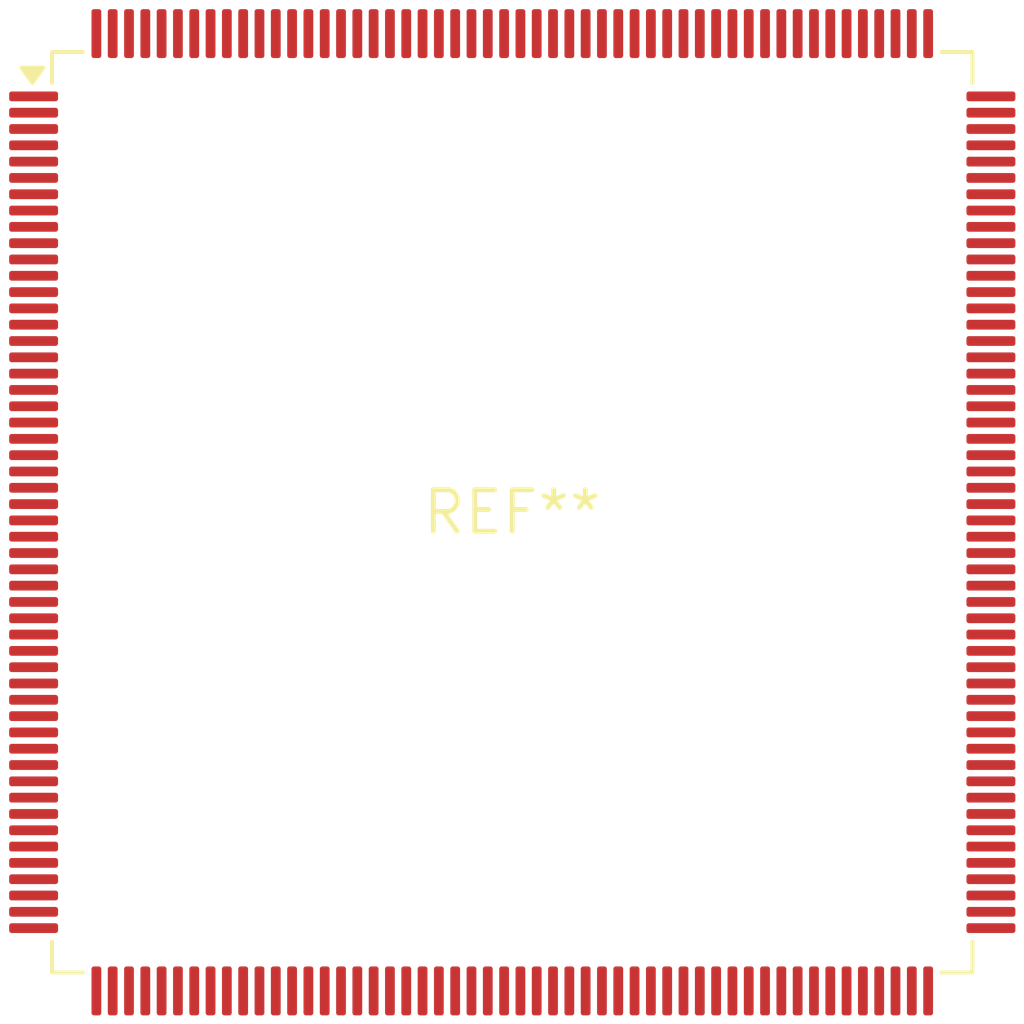
<source format=kicad_pcb>
(kicad_pcb (version 20240108) (generator pcbnew)
  (layers (0 "F.Cu" signal) (31 "B.Cu" signal) (34 "B.Paste" user) (35 "F.Paste" user) (36 "B.SilkS" user "B.Silkscreen") (37 "F.SilkS" user "F.Silkscreen") (38 "B.Mask" user) (39 "F.Mask" user) (44 "Edge.Cuts" user))
  (net 0 "")
  (footprint "LQFP-208_28x28mm_P0.5mm" (layer "F.Cu") (at 0 0)
    (property "Reference" "REF**")
    (property "Value" "LQFP-208_28x28mm_P0.5mm")
    (fp_line (start -14.11 -14.11) (end -14.11 -13.16) (layer "F.SilkS") (stroke (width 0.12)))
    (fp_line (start -14.11 14.11) (end -14.11 13.16) (layer "F.SilkS") (stroke (width 0.12)))
    (fp_line (start -13.16 -14.11) (end -14.11 -14.11) (layer "F.SilkS") (stroke (width 0.12)))
    (fp_line (start -13.16 14.11) (end -14.11 14.11) (layer "F.SilkS") (stroke (width 0.12)))
    (fp_line (start 13.16 -14.11) (end 14.11 -14.11) (layer "F.SilkS") (stroke (width 0.12)))
    (fp_line (start 13.16 14.11) (end 14.11 14.11) (layer "F.SilkS") (stroke (width 0.12)))
    (fp_line (start 14.11 -14.11) (end 14.11 -13.16) (layer "F.SilkS") (stroke (width 0.12)))
    (fp_line (start 14.11 14.11) (end 14.11 13.16) (layer "F.SilkS") (stroke (width 0.12)))
    (fp_poly (pts (xy -14.7125 -13.16) (xy -15.0525 -13.63) (xy -14.3725 -13.63) (xy -14.7125 -13.16)) (layer "F.SilkS") (stroke (width 0.12)) (fill solid))
    (pad "1" smd roundrect (at -14.675 -12.75) (size 1.5 0.3) (layers "F.Cu" "F.Paste" "F.Mask"))
    (pad "2" smd roundrect (at -14.675 -12.25) (size 1.5 0.3) (layers "F.Cu" "F.Paste" "F.Mask"))
    (pad "3" smd roundrect (at -14.675 -11.75) (size 1.5 0.3) (layers "F.Cu" "F.Paste" "F.Mask"))
    (pad "4" smd roundrect (at -14.675 -11.25) (size 1.5 0.3) (layers "F.Cu" "F.Paste" "F.Mask"))
    (pad "5" smd roundrect (at -14.675 -10.75) (size 1.5 0.3) (layers "F.Cu" "F.Paste" "F.Mask"))
    (pad "6" smd roundrect (at -14.675 -10.25) (size 1.5 0.3) (layers "F.Cu" "F.Paste" "F.Mask"))
    (pad "7" smd roundrect (at -14.675 -9.75) (size 1.5 0.3) (layers "F.Cu" "F.Paste" "F.Mask"))
    (pad "8" smd roundrect (at -14.675 -9.25) (size 1.5 0.3) (layers "F.Cu" "F.Paste" "F.Mask"))
    (pad "9" smd roundrect (at -14.675 -8.75) (size 1.5 0.3) (layers "F.Cu" "F.Paste" "F.Mask"))
    (pad "10" smd roundrect (at -14.675 -8.25) (size 1.5 0.3) (layers "F.Cu" "F.Paste" "F.Mask"))
    (pad "11" smd roundrect (at -14.675 -7.75) (size 1.5 0.3) (layers "F.Cu" "F.Paste" "F.Mask"))
    (pad "12" smd roundrect (at -14.675 -7.25) (size 1.5 0.3) (layers "F.Cu" "F.Paste" "F.Mask"))
    (pad "13" smd roundrect (at -14.675 -6.75) (size 1.5 0.3) (layers "F.Cu" "F.Paste" "F.Mask"))
    (pad "14" smd roundrect (at -14.675 -6.25) (size 1.5 0.3) (layers "F.Cu" "F.Paste" "F.Mask"))
    (pad "15" smd roundrect (at -14.675 -5.75) (size 1.5 0.3) (layers "F.Cu" "F.Paste" "F.Mask"))
    (pad "16" smd roundrect (at -14.675 -5.25) (size 1.5 0.3) (layers "F.Cu" "F.Paste" "F.Mask"))
    (pad "17" smd roundrect (at -14.675 -4.75) (size 1.5 0.3) (layers "F.Cu" "F.Paste" "F.Mask"))
    (pad "18" smd roundrect (at -14.675 -4.25) (size 1.5 0.3) (layers "F.Cu" "F.Paste" "F.Mask"))
    (pad "19" smd roundrect (at -14.675 -3.75) (size 1.5 0.3) (layers "F.Cu" "F.Paste" "F.Mask"))
    (pad "20" smd roundrect (at -14.675 -3.25) (size 1.5 0.3) (layers "F.Cu" "F.Paste" "F.Mask"))
    (pad "21" smd roundrect (at -14.675 -2.75) (size 1.5 0.3) (layers "F.Cu" "F.Paste" "F.Mask"))
    (pad "22" smd roundrect (at -14.675 -2.25) (size 1.5 0.3) (layers "F.Cu" "F.Paste" "F.Mask"))
    (pad "23" smd roundrect (at -14.675 -1.75) (size 1.5 0.3) (layers "F.Cu" "F.Paste" "F.Mask"))
    (pad "24" smd roundrect (at -14.675 -1.25) (size 1.5 0.3) (layers "F.Cu" "F.Paste" "F.Mask"))
    (pad "25" smd roundrect (at -14.675 -0.75) (size 1.5 0.3) (layers "F.Cu" "F.Paste" "F.Mask"))
    (pad "26" smd roundrect (at -14.675 -0.25) (size 1.5 0.3) (layers "F.Cu" "F.Paste" "F.Mask"))
    (pad "27" smd roundrect (at -14.675 0.25) (size 1.5 0.3) (layers "F.Cu" "F.Paste" "F.Mask"))
    (pad "28" smd roundrect (at -14.675 0.75) (size 1.5 0.3) (layers "F.Cu" "F.Paste" "F.Mask"))
    (pad "29" smd roundrect (at -14.675 1.25) (size 1.5 0.3) (layers "F.Cu" "F.Paste" "F.Mask"))
    (pad "30" smd roundrect (at -14.675 1.75) (size 1.5 0.3) (layers "F.Cu" "F.Paste" "F.Mask"))
    (pad "31" smd roundrect (at -14.675 2.25) (size 1.5 0.3) (layers "F.Cu" "F.Paste" "F.Mask"))
    (pad "32" smd roundrect (at -14.675 2.75) (size 1.5 0.3) (layers "F.Cu" "F.Paste" "F.Mask"))
    (pad "33" smd roundrect (at -14.675 3.25) (size 1.5 0.3) (layers "F.Cu" "F.Paste" "F.Mask"))
    (pad "34" smd roundrect (at -14.675 3.75) (size 1.5 0.3) (layers "F.Cu" "F.Paste" "F.Mask"))
    (pad "35" smd roundrect (at -14.675 4.25) (size 1.5 0.3) (layers "F.Cu" "F.Paste" "F.Mask"))
    (pad "36" smd roundrect (at -14.675 4.75) (size 1.5 0.3) (layers "F.Cu" "F.Paste" "F.Mask"))
    (pad "37" smd roundrect (at -14.675 5.25) (size 1.5 0.3) (layers "F.Cu" "F.Paste" "F.Mask"))
    (pad "38" smd roundrect (at -14.675 5.75) (size 1.5 0.3) (layers "F.Cu" "F.Paste" "F.Mask"))
    (pad "39" smd roundrect (at -14.675 6.25) (size 1.5 0.3) (layers "F.Cu" "F.Paste" "F.Mask"))
    (pad "40" smd roundrect (at -14.675 6.75) (size 1.5 0.3) (layers "F.Cu" "F.Paste" "F.Mask"))
    (pad "41" smd roundrect (at -14.675 7.25) (size 1.5 0.3) (layers "F.Cu" "F.Paste" "F.Mask"))
    (pad "42" smd roundrect (at -14.675 7.75) (size 1.5 0.3) (layers "F.Cu" "F.Paste" "F.Mask"))
    (pad "43" smd roundrect (at -14.675 8.25) (size 1.5 0.3) (layers "F.Cu" "F.Paste" "F.Mask"))
    (pad "44" smd roundrect (at -14.675 8.75) (size 1.5 0.3) (layers "F.Cu" "F.Paste" "F.Mask"))
    (pad "45" smd roundrect (at -14.675 9.25) (size 1.5 0.3) (layers "F.Cu" "F.Paste" "F.Mask"))
    (pad "46" smd roundrect (at -14.675 9.75) (size 1.5 0.3) (layers "F.Cu" "F.Paste" "F.Mask"))
    (pad "47" smd roundrect (at -14.675 10.25) (size 1.5 0.3) (layers "F.Cu" "F.Paste" "F.Mask"))
    (pad "48" smd roundrect (at -14.675 10.75) (size 1.5 0.3) (layers "F.Cu" "F.Paste" "F.Mask"))
    (pad "49" smd roundrect (at -14.675 11.25) (size 1.5 0.3) (layers "F.Cu" "F.Paste" "F.Mask"))
    (pad "50" smd roundrect (at -14.675 11.75) (size 1.5 0.3) (layers "F.Cu" "F.Paste" "F.Mask"))
    (pad "51" smd roundrect (at -14.675 12.25) (size 1.5 0.3) (layers "F.Cu" "F.Paste" "F.Mask"))
    (pad "52" smd roundrect (at -14.675 12.75) (size 1.5 0.3) (layers "F.Cu" "F.Paste" "F.Mask"))
    (pad "53" smd roundrect (at -12.75 14.675) (size 0.3 1.5) (layers "F.Cu" "F.Paste" "F.Mask"))
    (pad "54" smd roundrect (at -12.25 14.675) (size 0.3 1.5) (layers "F.Cu" "F.Paste" "F.Mask"))
    (pad "55" smd roundrect (at -11.75 14.675) (size 0.3 1.5) (layers "F.Cu" "F.Paste" "F.Mask"))
    (pad "56" smd roundrect (at -11.25 14.675) (size 0.3 1.5) (layers "F.Cu" "F.Paste" "F.Mask"))
    (pad "57" smd roundrect (at -10.75 14.675) (size 0.3 1.5) (layers "F.Cu" "F.Paste" "F.Mask"))
    (pad "58" smd roundrect (at -10.25 14.675) (size 0.3 1.5) (layers "F.Cu" "F.Paste" "F.Mask"))
    (pad "59" smd roundrect (at -9.75 14.675) (size 0.3 1.5) (layers "F.Cu" "F.Paste" "F.Mask"))
    (pad "60" smd roundrect (at -9.25 14.675) (size 0.3 1.5) (layers "F.Cu" "F.Paste" "F.Mask"))
    (pad "61" smd roundrect (at -8.75 14.675) (size 0.3 1.5) (layers "F.Cu" "F.Paste" "F.Mask"))
    (pad "62" smd roundrect (at -8.25 14.675) (size 0.3 1.5) (layers "F.Cu" "F.Paste" "F.Mask"))
    (pad "63" smd roundrect (at -7.75 14.675) (size 0.3 1.5) (layers "F.Cu" "F.Paste" "F.Mask"))
    (pad "64" smd roundrect (at -7.25 14.675) (size 0.3 1.5) (layers "F.Cu" "F.Paste" "F.Mask"))
    (pad "65" smd roundrect (at -6.75 14.675) (size 0.3 1.5) (layers "F.Cu" "F.Paste" "F.Mask"))
    (pad "66" smd roundrect (at -6.25 14.675) (size 0.3 1.5) (layers "F.Cu" "F.Paste" "F.Mask"))
    (pad "67" smd roundrect (at -5.75 14.675) (size 0.3 1.5) (layers "F.Cu" "F.Paste" "F.Mask"))
    (pad "68" smd roundrect (at -5.25 14.675) (size 0.3 1.5) (layers "F.Cu" "F.Paste" "F.Mask"))
    (pad "69" smd roundrect (at -4.75 14.675) (size 0.3 1.5) (layers "F.Cu" "F.Paste" "F.Mask"))
    (pad "70" smd roundrect (at -4.25 14.675) (size 0.3 1.5) (layers "F.Cu" "F.Paste" "F.Mask"))
    (pad "71" smd roundrect (at -3.75 14.675) (size 0.3 1.5) (layers "F.Cu" "F.Paste" "F.Mask"))
    (pad "72" smd roundrect (at -3.25 14.675) (size 0.3 1.5) (layers "F.Cu" "F.Paste" "F.Mask"))
    (pad "73" smd roundrect (at -2.75 14.675) (size 0.3 1.5) (layers "F.Cu" "F.Paste" "F.Mask"))
    (pad "74" smd roundrect (at -2.25 14.675) (size 0.3 1.5) (layers "F.Cu" "F.Paste" "F.Mask"))
    (pad "75" smd roundrect (at -1.75 14.675) (size 0.3 1.5) (layers "F.Cu" "F.Paste" "F.Mask"))
    (pad "76" smd roundrect (at -1.25 14.675) (size 0.3 1.5) (layers "F.Cu" "F.Paste" "F.Mask"))
    (pad "77" smd roundrect (at -0.75 14.675) (size 0.3 1.5) (layers "F.Cu" "F.Paste" "F.Mask"))
    (pad "78" smd roundrect (at -0.25 14.675) (size 0.3 1.5) (layers "F.Cu" "F.Paste" "F.Mask"))
    (pad "79" smd roundrect (at 0.25 14.675) (size 0.3 1.5) (layers "F.Cu" "F.Paste" "F.Mask"))
    (pad "80" smd roundrect (at 0.75 14.675) (size 0.3 1.5) (layers "F.Cu" "F.Paste" "F.Mask"))
    (pad "81" smd roundrect (at 1.25 14.675) (size 0.3 1.5) (layers "F.Cu" "F.Paste" "F.Mask"))
    (pad "82" smd roundrect (at 1.75 14.675) (size 0.3 1.5) (layers "F.Cu" "F.Paste" "F.Mask"))
    (pad "83" smd roundrect (at 2.25 14.675) (size 0.3 1.5) (layers "F.Cu" "F.Paste" "F.Mask"))
    (pad "84" smd roundrect (at 2.75 14.675) (size 0.3 1.5) (layers "F.Cu" "F.Paste" "F.Mask"))
    (pad "85" smd roundrect (at 3.25 14.675) (size 0.3 1.5) (layers "F.Cu" "F.Paste" "F.Mask"))
    (pad "86" smd roundrect (at 3.75 14.675) (size 0.3 1.5) (layers "F.Cu" "F.Paste" "F.Mask"))
    (pad "87" smd roundrect (at 4.25 14.675) (size 0.3 1.5) (layers "F.Cu" "F.Paste" "F.Mask"))
    (pad "88" smd roundrect (at 4.75 14.675) (size 0.3 1.5) (layers "F.Cu" "F.Paste" "F.Mask"))
    (pad "89" smd roundrect (at 5.25 14.675) (size 0.3 1.5) (layers "F.Cu" "F.Paste" "F.Mask"))
    (pad "90" smd roundrect (at 5.75 14.675) (size 0.3 1.5) (layers "F.Cu" "F.Paste" "F.Mask"))
    (pad "91" smd roundrect (at 6.25 14.675) (size 0.3 1.5) (layers "F.Cu" "F.Paste" "F.Mask"))
    (pad "92" smd roundrect (at 6.75 14.675) (size 0.3 1.5) (layers "F.Cu" "F.Paste" "F.Mask"))
    (pad "93" smd roundrect (at 7.25 14.675) (size 0.3 1.5) (layers "F.Cu" "F.Paste" "F.Mask"))
    (pad "94" smd roundrect (at 7.75 14.675) (size 0.3 1.5) (layers "F.Cu" "F.Paste" "F.Mask"))
    (pad "95" smd roundrect (at 8.25 14.675) (size 0.3 1.5) (layers "F.Cu" "F.Paste" "F.Mask"))
    (pad "96" smd roundrect (at 8.75 14.675) (size 0.3 1.5) (layers "F.Cu" "F.Paste" "F.Mask"))
    (pad "97" smd roundrect (at 9.25 14.675) (size 0.3 1.5) (layers "F.Cu" "F.Paste" "F.Mask"))
    (pad "98" smd roundrect (at 9.75 14.675) (size 0.3 1.5) (layers "F.Cu" "F.Paste" "F.Mask"))
    (pad "99" smd roundrect (at 10.25 14.675) (size 0.3 1.5) (layers "F.Cu" "F.Paste" "F.Mask"))
    (pad "100" smd roundrect (at 10.75 14.675) (size 0.3 1.5) (layers "F.Cu" "F.Paste" "F.Mask"))
    (pad "101" smd roundrect (at 11.25 14.675) (size 0.3 1.5) (layers "F.Cu" "F.Paste" "F.Mask"))
    (pad "102" smd roundrect (at 11.75 14.675) (size 0.3 1.5) (layers "F.Cu" "F.Paste" "F.Mask"))
    (pad "103" smd roundrect (at 12.25 14.675) (size 0.3 1.5) (layers "F.Cu" "F.Paste" "F.Mask"))
    (pad "104" smd roundrect (at 12.75 14.675) (size 0.3 1.5) (layers "F.Cu" "F.Paste" "F.Mask"))
    (pad "105" smd roundrect (at 14.675 12.75) (size 1.5 0.3) (layers "F.Cu" "F.Paste" "F.Mask"))
    (pad "106" smd roundrect (at 14.675 12.25) (size 1.5 0.3) (layers "F.Cu" "F.Paste" "F.Mask"))
    (pad "107" smd roundrect (at 14.675 11.75) (size 1.5 0.3) (layers "F.Cu" "F.Paste" "F.Mask"))
    (pad "108" smd roundrect (at 14.675 11.25) (size 1.5 0.3) (layers "F.Cu" "F.Paste" "F.Mask"))
    (pad "109" smd roundrect (at 14.675 10.75) (size 1.5 0.3) (layers "F.Cu" "F.Paste" "F.Mask"))
    (pad "110" smd roundrect (at 14.675 10.25) (size 1.5 0.3) (layers "F.Cu" "F.Paste" "F.Mask"))
    (pad "111" smd roundrect (at 14.675 9.75) (size 1.5 0.3) (layers "F.Cu" "F.Paste" "F.Mask"))
    (pad "112" smd roundrect (at 14.675 9.25) (size 1.5 0.3) (layers "F.Cu" "F.Paste" "F.Mask"))
    (pad "113" smd roundrect (at 14.675 8.75) (size 1.5 0.3) (layers "F.Cu" "F.Paste" "F.Mask"))
    (pad "114" smd roundrect (at 14.675 8.25) (size 1.5 0.3) (layers "F.Cu" "F.Paste" "F.Mask"))
    (pad "115" smd roundrect (at 14.675 7.75) (size 1.5 0.3) (layers "F.Cu" "F.Paste" "F.Mask"))
    (pad "116" smd roundrect (at 14.675 7.25) (size 1.5 0.3) (layers "F.Cu" "F.Paste" "F.Mask"))
    (pad "117" smd roundrect (at 14.675 6.75) (size 1.5 0.3) (layers "F.Cu" "F.Paste" "F.Mask"))
    (pad "118" smd roundrect (at 14.675 6.25) (size 1.5 0.3) (layers "F.Cu" "F.Paste" "F.Mask"))
    (pad "119" smd roundrect (at 14.675 5.75) (size 1.5 0.3) (layers "F.Cu" "F.Paste" "F.Mask"))
    (pad "120" smd roundrect (at 14.675 5.25) (size 1.5 0.3) (layers "F.Cu" "F.Paste" "F.Mask"))
    (pad "121" smd roundrect (at 14.675 4.75) (size 1.5 0.3) (layers "F.Cu" "F.Paste" "F.Mask"))
    (pad "122" smd roundrect (at 14.675 4.25) (size 1.5 0.3) (layers "F.Cu" "F.Paste" "F.Mask"))
    (pad "123" smd roundrect (at 14.675 3.75) (size 1.5 0.3) (layers "F.Cu" "F.Paste" "F.Mask"))
    (pad "124" smd roundrect (at 14.675 3.25) (size 1.5 0.3) (layers "F.Cu" "F.Paste" "F.Mask"))
    (pad "125" smd roundrect (at 14.675 2.75) (size 1.5 0.3) (layers "F.Cu" "F.Paste" "F.Mask"))
    (pad "126" smd roundrect (at 14.675 2.25) (size 1.5 0.3) (layers "F.Cu" "F.Paste" "F.Mask"))
    (pad "127" smd roundrect (at 14.675 1.75) (size 1.5 0.3) (layers "F.Cu" "F.Paste" "F.Mask"))
    (pad "128" smd roundrect (at 14.675 1.25) (size 1.5 0.3) (layers "F.Cu" "F.Paste" "F.Mask"))
    (pad "129" smd roundrect (at 14.675 0.75) (size 1.5 0.3) (layers "F.Cu" "F.Paste" "F.Mask"))
    (pad "130" smd roundrect (at 14.675 0.25) (size 1.5 0.3) (layers "F.Cu" "F.Paste" "F.Mask"))
    (pad "131" smd roundrect (at 14.675 -0.25) (size 1.5 0.3) (layers "F.Cu" "F.Paste" "F.Mask"))
    (pad "132" smd roundrect (at 14.675 -0.75) (size 1.5 0.3) (layers "F.Cu" "F.Paste" "F.Mask"))
    (pad "133" smd roundrect (at 14.675 -1.25) (size 1.5 0.3) (layers "F.Cu" "F.Paste" "F.Mask"))
    (pad "134" smd roundrect (at 14.675 -1.75) (size 1.5 0.3) (layers "F.Cu" "F.Paste" "F.Mask"))
    (pad "135" smd roundrect (at 14.675 -2.25) (size 1.5 0.3) (layers "F.Cu" "F.Paste" "F.Mask"))
    (pad "136" smd roundrect (at 14.675 -2.75) (size 1.5 0.3) (layers "F.Cu" "F.Paste" "F.Mask"))
    (pad "137" smd roundrect (at 14.675 -3.25) (size 1.5 0.3) (layers "F.Cu" "F.Paste" "F.Mask"))
    (pad "138" smd roundrect (at 14.675 -3.75) (size 1.5 0.3) (layers "F.Cu" "F.Paste" "F.Mask"))
    (pad "139" smd roundrect (at 14.675 -4.25) (size 1.5 0.3) (layers "F.Cu" "F.Paste" "F.Mask"))
    (pad "140" smd roundrect (at 14.675 -4.75) (size 1.5 0.3) (layers "F.Cu" "F.Paste" "F.Mask"))
    (pad "141" smd roundrect (at 14.675 -5.25) (size 1.5 0.3) (layers "F.Cu" "F.Paste" "F.Mask"))
    (pad "142" smd roundrect (at 14.675 -5.75) (size 1.5 0.3) (layers "F.Cu" "F.Paste" "F.Mask"))
    (pad "143" smd roundrect (at 14.675 -6.25) (size 1.5 0.3) (layers "F.Cu" "F.Paste" "F.Mask"))
    (pad "144" smd roundrect (at 14.675 -6.75) (size 1.5 0.3) (layers "F.Cu" "F.Paste" "F.Mask"))
    (pad "145" smd roundrect (at 14.675 -7.25) (size 1.5 0.3) (layers "F.Cu" "F.Paste" "F.Mask"))
    (pad "146" smd roundrect (at 14.675 -7.75) (size 1.5 0.3) (layers "F.Cu" "F.Paste" "F.Mask"))
    (pad "147" smd roundrect (at 14.675 -8.25) (size 1.5 0.3) (layers "F.Cu" "F.Paste" "F.Mask"))
    (pad "148" smd roundrect (at 14.675 -8.75) (size 1.5 0.3) (layers "F.Cu" "F.Paste" "F.Mask"))
    (pad "149" smd roundrect (at 14.675 -9.25) (size 1.5 0.3) (layers "F.Cu" "F.Paste" "F.Mask"))
    (pad "150" smd roundrect (at 14.675 -9.75) (size 1.5 0.3) (layers "F.Cu" "F.Paste" "F.Mask"))
    (pad "151" smd roundrect (at 14.675 -10.25) (size 1.5 0.3) (layers "F.Cu" "F.Paste" "F.Mask"))
    (pad "152" smd roundrect (at 14.675 -10.75) (size 1.5 0.3) (layers "F.Cu" "F.Paste" "F.Mask"))
    (pad "153" smd roundrect (at 14.675 -11.25) (size 1.5 0.3) (layers "F.Cu" "F.Paste" "F.Mask"))
    (pad "154" smd roundrect (at 14.675 -11.75) (size 1.5 0.3) (layers "F.Cu" "F.Paste" "F.Mask"))
    (pad "155" smd roundrect (at 14.675 -12.25) (size 1.5 0.3) (layers "F.Cu" "F.Paste" "F.Mask"))
    (pad "156" smd roundrect (at 14.675 -12.75) (size 1.5 0.3) (layers "F.Cu" "F.Paste" "F.Mask"))
    (pad "157" smd roundrect (at 12.75 -14.675) (size 0.3 1.5) (layers "F.Cu" "F.Paste" "F.Mask"))
    (pad "158" smd roundrect (at 12.25 -14.675) (size 0.3 1.5) (layers "F.Cu" "F.Paste" "F.Mask"))
    (pad "159" smd roundrect (at 11.75 -14.675) (size 0.3 1.5) (layers "F.Cu" "F.Paste" "F.Mask"))
    (pad "160" smd roundrect (at 11.25 -14.675) (size 0.3 1.5) (layers "F.Cu" "F.Paste" "F.Mask"))
    (pad "161" smd roundrect (at 10.75 -14.675) (size 0.3 1.5) (layers "F.Cu" "F.Paste" "F.Mask"))
    (pad "162" smd roundrect (at 10.25 -14.675) (size 0.3 1.5) (layers "F.Cu" "F.Paste" "F.Mask"))
    (pad "163" smd roundrect (at 9.75 -14.675) (size 0.3 1.5) (layers "F.Cu" "F.Paste" "F.Mask"))
    (pad "164" smd roundrect (at 9.25 -14.675) (size 0.3 1.5) (layers "F.Cu" "F.Paste" "F.Mask"))
    (pad "165" smd roundrect (at 8.75 -14.675) (size 0.3 1.5) (layers "F.Cu" "F.Paste" "F.Mask"))
    (pad "166" smd roundrect (at 8.25 -14.675) (size 0.3 1.5) (layers "F.Cu" "F.Paste" "F.Mask"))
    (pad "167" smd roundrect (at 7.75 -14.675) (size 0.3 1.5) (layers "F.Cu" "F.Paste" "F.Mask"))
    (pad "168" smd roundrect (at 7.25 -14.675) (size 0.3 1.5) (layers "F.Cu" "F.Paste" "F.Mask"))
    (pad "169" smd roundrect (at 6.75 -14.675) (size 0.3 1.5) (layers "F.Cu" "F.Paste" "F.Mask"))
    (pad "170" smd roundrect (at 6.25 -14.675) (size 0.3 1.5) (layers "F.Cu" "F.Paste" "F.Mask"))
    (pad "171" smd roundrect (at 5.75 -14.675) (size 0.3 1.5) (layers "F.Cu" "F.Paste" "F.Mask"))
    (pad "172" smd roundrect (at 5.25 -14.675) (size 0.3 1.5) (layers "F.Cu" "F.Paste" "F.Mask"))
    (pad "173" smd roundrect (at 4.75 -14.675) (size 0.3 1.5) (layers "F.Cu" "F.Paste" "F.Mask"))
    (pad "174" smd roundrect (at 4.25 -14.675) (size 0.3 1.5) (layers "F.Cu" "F.Paste" "F.Mask"))
    (pad "175" smd roundrect (at 3.75 -14.675) (size 0.3 1.5) (layers "F.Cu" "F.Paste" "F.Mask"))
    (pad "176" smd roundrect (at 3.25 -14.675) (size 0.3 1.5) (layers "F.Cu" "F.Paste" "F.Mask"))
    (pad "177" smd roundrect (at 2.75 -14.675) (size 0.3 1.5) (layers "F.Cu" "F.Paste" "F.Mask"))
    (pad "178" smd roundrect (at 2.25 -14.675) (size 0.3 1.5) (layers "F.Cu" "F.Paste" "F.Mask"))
    (pad "179" smd roundrect (at 1.75 -14.675) (size 0.3 1.5) (layers "F.Cu" "F.Paste" "F.Mask"))
    (pad "180" smd roundrect (at 1.25 -14.675) (size 0.3 1.5) (layers "F.Cu" "F.Paste" "F.Mask"))
    (pad "181" smd roundrect (at 0.75 -14.675) (size 0.3 1.5) (layers "F.Cu" "F.Paste" "F.Mask"))
    (pad "182" smd roundrect (at 0.25 -14.675) (size 0.3 1.5) (layers "F.Cu" "F.Paste" "F.Mask"))
    (pad "183" smd roundrect (at -0.25 -14.675) (size 0.3 1.5) (layers "F.Cu" "F.Paste" "F.Mask"))
    (pad "184" smd roundrect (at -0.75 -14.675) (size 0.3 1.5) (layers "F.Cu" "F.Paste" "F.Mask"))
    (pad "185" smd roundrect (at -1.25 -14.675) (size 0.3 1.5) (layers "F.Cu" "F.Paste" "F.Mask"))
    (pad "186" smd roundrect (at -1.75 -14.675) (size 0.3 1.5) (layers "F.Cu" "F.Paste" "F.Mask"))
    (pad "187" smd roundrect (at -2.25 -14.675) (size 0.3 1.5) (layers "F.Cu" "F.Paste" "F.Mask"))
    (pad "188" smd roundrect (at -2.75 -14.675) (size 0.3 1.5) (layers "F.Cu" "F.Paste" "F.Mask"))
    (pad "189" smd roundrect (at -3.25 -14.675) (size 0.3 1.5) (layers "F.Cu" "F.Paste" "F.Mask"))
    (pad "190" smd roundrect (at -3.75 -14.675) (size 0.3 1.5) (layers "F.Cu" "F.Paste" "F.Mask"))
    (pad "191" smd roundrect (at -4.25 -14.675) (size 0.3 1.5) (layers "F.Cu" "F.Paste" "F.Mask"))
    (pad "192" smd roundrect (at -4.75 -14.675) (size 0.3 1.5) (layers "F.Cu" "F.Paste" "F.Mask"))
    (pad "193" smd roundrect (at -5.25 -14.675) (size 0.3 1.5) (layers "F.Cu" "F.Paste" "F.Mask"))
    (pad "194" smd roundrect (at -5.75 -14.675) (size 0.3 1.5) (layers "F.Cu" "F.Paste" "F.Mask"))
    (pad "195" smd roundrect (at -6.25 -14.675) (size 0.3 1.5) (layers "F.Cu" "F.Paste" "F.Mask"))
    (pad "196" smd roundrect (at -6.75 -14.675) (size 0.3 1.5) (layers "F.Cu" "F.Paste" "F.Mask"))
    (pad "197" smd roundrect (at -7.25 -14.675) (size 0.3 1.5) (layers "F.Cu" "F.Paste" "F.Mask"))
    (pad "198" smd roundrect (at -7.75 -14.675) (size 0.3 1.5) (layers "F.Cu" "F.Paste" "F.Mask"))
    (pad "199" smd roundrect (at -8.25 -14.675) (size 0.3 1.5) (layers "F.Cu" "F.Paste" "F.Mask"))
    (pad "200" smd roundrect (at -8.75 -14.675) (size 0.3 1.5) (layers "F.Cu" "F.Paste" "F.Mask"))
    (pad "201" smd roundrect (at -9.25 -14.675) (size 0.3 1.5) (layers "F.Cu" "F.Paste" "F.Mask"))
    (pad "202" smd roundrect (at -9.75 -14.675) (size 0.3 1.5) (layers "F.Cu" "F.Paste" "F.Mask"))
    (pad "203" smd roundrect (at -10.25 -14.675) (size 0.3 1.5) (layers "F.Cu" "F.Paste" "F.Mask"))
    (pad "204" smd roundrect (at -10.75 -14.675) (size 0.3 1.5) (layers "F.Cu" "F.Paste" "F.Mask"))
    (pad "205" smd roundrect (at -11.25 -14.675) (size 0.3 1.5) (layers "F.Cu" "F.Paste" "F.Mask"))
    (pad "206" smd roundrect (at -11.75 -14.675) (size 0.3 1.5) (layers "F.Cu" "F.Paste" "F.Mask"))
    (pad "207" smd roundrect (at -12.25 -14.675) (size 0.3 1.5) (layers "F.Cu" "F.Paste" "F.Mask"))
    (pad "208" smd roundrect (at -12.75 -14.675) (size 0.3 1.5) (layers "F.Cu" "F.Paste" "F.Mask"))
  )
)
</source>
